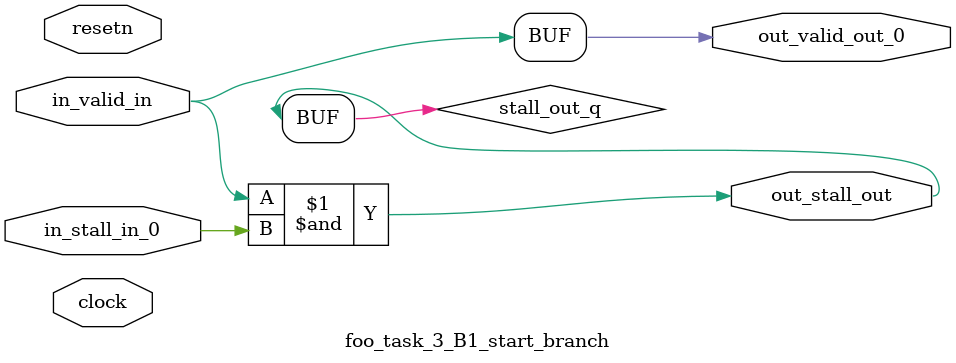
<source format=sv>



(* altera_attribute = "-name AUTO_SHIFT_REGISTER_RECOGNITION OFF; -name MESSAGE_DISABLE 10036; -name MESSAGE_DISABLE 10037; -name MESSAGE_DISABLE 14130; -name MESSAGE_DISABLE 14320; -name MESSAGE_DISABLE 15400; -name MESSAGE_DISABLE 14130; -name MESSAGE_DISABLE 10036; -name MESSAGE_DISABLE 12020; -name MESSAGE_DISABLE 12030; -name MESSAGE_DISABLE 12010; -name MESSAGE_DISABLE 12110; -name MESSAGE_DISABLE 14320; -name MESSAGE_DISABLE 13410; -name MESSAGE_DISABLE 113007; -name MESSAGE_DISABLE 10958" *)
module foo_task_3_B1_start_branch (
    input wire [0:0] in_stall_in_0,
    input wire [0:0] in_valid_in,
    output wire [0:0] out_stall_out,
    output wire [0:0] out_valid_out_0,
    input wire clock,
    input wire resetn
    );

    wire [0:0] stall_out_q;


    // stall_out(LOGICAL,6)
    assign stall_out_q = in_valid_in & in_stall_in_0;

    // out_stall_out(GPOUT,4)
    assign out_stall_out = stall_out_q;

    // out_valid_out_0(GPOUT,5)
    assign out_valid_out_0 = in_valid_in;

endmodule

</source>
